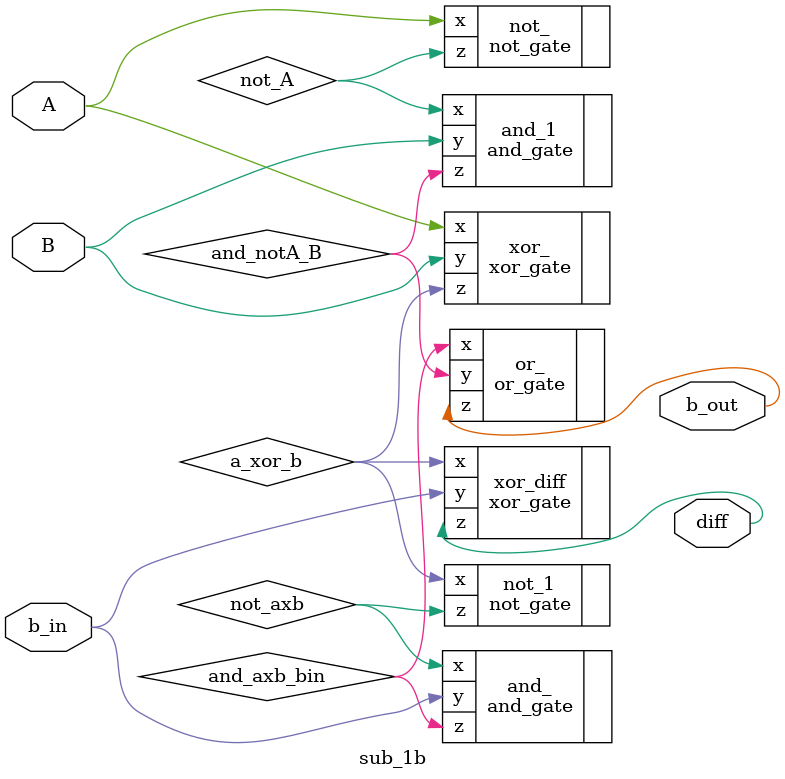
<source format=v>
`timescale 1ns/10ps

module sub_1b (A, B, b_in, diff, b_out);

    input A, B, b_in;
    output wire diff, b_out;

    wire a_xor_b;
    wire not_A;
    wire not_axb;
    wire and_axb_bin;
    wire and_notA_B;

    xor_gate xor_(.x(A), .y(B), .z(a_xor_b));
    xor_gate xor_diff(.x(a_xor_b), .y(b_in), .z(diff));

    not_gate not_(.x(A), .z(not_A));
    not_gate not_1(.x(a_xor_b), .z(not_axb));

    and_gate and_(.x(not_axb), .y(b_in), .z(and_axb_bin));
    and_gate and_1(.x(not_A), .y(B), .z(and_notA_B));

    or_gate or_(.x(and_axb_bin), .y(and_notA_B), .z(b_out));
    
endmodule
</source>
